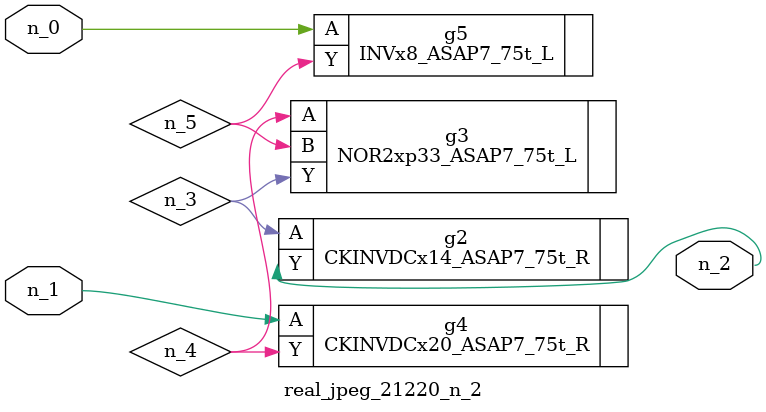
<source format=v>
module real_jpeg_21220_n_2 (n_1, n_0, n_2);

input n_1;
input n_0;

output n_2;

wire n_5;
wire n_4;
wire n_3;

INVx8_ASAP7_75t_L g5 ( 
.A(n_0),
.Y(n_5)
);

CKINVDCx20_ASAP7_75t_R g4 ( 
.A(n_1),
.Y(n_4)
);

CKINVDCx14_ASAP7_75t_R g2 ( 
.A(n_3),
.Y(n_2)
);

NOR2xp33_ASAP7_75t_L g3 ( 
.A(n_4),
.B(n_5),
.Y(n_3)
);


endmodule
</source>
